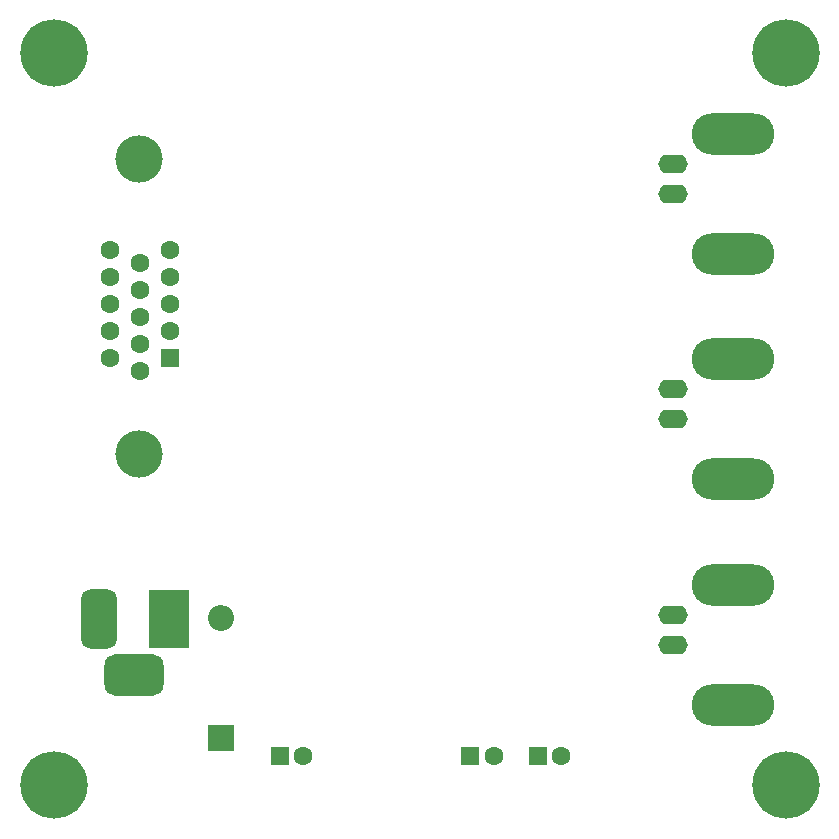
<source format=gbr>
%TF.GenerationSoftware,KiCad,Pcbnew,(6.0.7)*%
%TF.CreationDate,2022-10-07T02:42:22+02:00*%
%TF.ProjectId,RGB-YPbPr-Converter,5247422d-5950-4625-9072-2d436f6e7665,rev?*%
%TF.SameCoordinates,Original*%
%TF.FileFunction,Soldermask,Bot*%
%TF.FilePolarity,Negative*%
%FSLAX46Y46*%
G04 Gerber Fmt 4.6, Leading zero omitted, Abs format (unit mm)*
G04 Created by KiCad (PCBNEW (6.0.7)) date 2022-10-07 02:42:22*
%MOMM*%
%LPD*%
G01*
G04 APERTURE LIST*
G04 Aperture macros list*
%AMRoundRect*
0 Rectangle with rounded corners*
0 $1 Rounding radius*
0 $2 $3 $4 $5 $6 $7 $8 $9 X,Y pos of 4 corners*
0 Add a 4 corners polygon primitive as box body*
4,1,4,$2,$3,$4,$5,$6,$7,$8,$9,$2,$3,0*
0 Add four circle primitives for the rounded corners*
1,1,$1+$1,$2,$3*
1,1,$1+$1,$4,$5*
1,1,$1+$1,$6,$7*
1,1,$1+$1,$8,$9*
0 Add four rect primitives between the rounded corners*
20,1,$1+$1,$2,$3,$4,$5,0*
20,1,$1+$1,$4,$5,$6,$7,0*
20,1,$1+$1,$6,$7,$8,$9,0*
20,1,$1+$1,$8,$9,$2,$3,0*%
G04 Aperture macros list end*
%ADD10R,1.600000X1.600000*%
%ADD11C,1.600000*%
%ADD12O,2.500000X1.600000*%
%ADD13O,7.000000X3.500000*%
%ADD14C,5.700000*%
%ADD15C,4.000000*%
%ADD16R,2.200000X2.200000*%
%ADD17O,2.200000X2.200000*%
%ADD18R,3.500000X5.000000*%
%ADD19RoundRect,0.750000X-0.750000X-1.750000X0.750000X-1.750000X0.750000X1.750000X-0.750000X1.750000X0*%
%ADD20RoundRect,0.875000X-1.625000X-0.875000X1.625000X-0.875000X1.625000X0.875000X-1.625000X0.875000X0*%
G04 APERTURE END LIST*
D10*
%TO.C,C1*%
X123144888Y-163500000D03*
D11*
X125144888Y-163500000D03*
%TD*%
D10*
%TO.C,C6*%
X139284430Y-163500000D03*
D11*
X141284430Y-163500000D03*
%TD*%
D12*
%TO.C,J3*%
X156410997Y-135000000D03*
X156410997Y-132460000D03*
D13*
X161490997Y-140080000D03*
X161490997Y-129920000D03*
%TD*%
D12*
%TO.C,J5*%
X156410997Y-154080000D03*
D13*
X161490997Y-159160000D03*
D12*
X156410997Y-151540000D03*
D13*
X161490997Y-149000000D03*
%TD*%
D14*
%TO.C,H2*%
X166000000Y-104000000D03*
%TD*%
D15*
%TO.C,J2*%
X111245331Y-112985000D03*
X111245331Y-137985000D03*
D10*
X113855331Y-129800000D03*
D11*
X113855331Y-127510000D03*
X113855331Y-125220000D03*
X113855331Y-122930000D03*
X113855331Y-120640000D03*
X111315331Y-130945000D03*
X111315331Y-128655000D03*
X111315331Y-126365000D03*
X111315331Y-124075000D03*
X111315331Y-121785000D03*
X108775331Y-129800000D03*
X108775331Y-127510000D03*
X108775331Y-125220000D03*
X108775331Y-122930000D03*
X108775331Y-120640000D03*
%TD*%
D14*
%TO.C,H1*%
X104000000Y-104000000D03*
%TD*%
D16*
%TO.C,D1*%
X118200000Y-161980000D03*
D17*
X118200000Y-151820000D03*
%TD*%
D14*
%TO.C,H4*%
X166000000Y-166000000D03*
%TD*%
%TO.C,H3*%
X104000000Y-166000000D03*
%TD*%
D18*
%TO.C,J1*%
X113800000Y-151940691D03*
D19*
X107800000Y-151940691D03*
D20*
X110800000Y-156640691D03*
%TD*%
D12*
%TO.C,J4*%
X156410997Y-115950000D03*
D13*
X161490997Y-110870000D03*
X161490997Y-121030000D03*
D12*
X156410997Y-113410000D03*
%TD*%
D11*
%TO.C,C7*%
X146984429Y-163500000D03*
D10*
X144984429Y-163500000D03*
%TD*%
M02*

</source>
